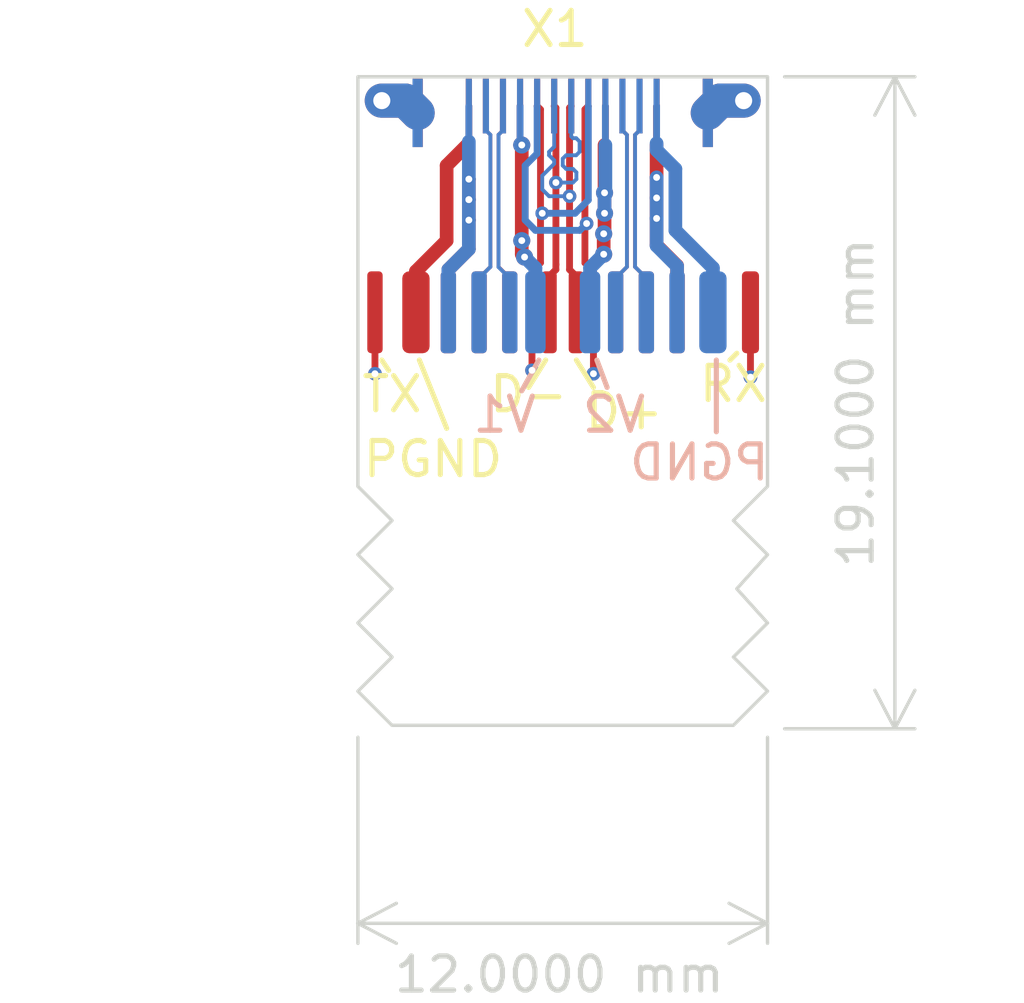
<source format=kicad_pcb>
(kicad_pcb (version 20211014) (generator pcbnew)
  (layers (0 "F.Cu" signal) (1 "In1.Cu" signal) (2 "In2.Cu" signal) (31 "B.Cu" signal) (34 "B.Paste" user) (35 "F.Paste" user) (36 "B.SilkS" user "B.Silkscreen") (37 "F.SilkS" user "F.Silkscreen") (38 "B.Mask" user) (39 "F.Mask" user) (44 "Edge.Cuts" user))
  (net 0 "")
  (net 1 "GND1")
  (net 2 "GND2")
  (net 3 "Earth")
  (net 4 "VBUS1")
  (net 5 "VBUS2")
  (net 6 "D-")
  (net 7 "D+")
  (net 8 "RX")
  (net 9 "RX1-")
  (net 10 "RX1+")
  (net 11 "TX1-")
  (net 12 "TX1+")
  (net 13 "RX2-")
  (net 14 "RX2+")
  (net 15 "TX2-")
  (net 16 "TX2+")
  (net 17 "TX")
  (net 18 "GND")
  (net 19 "GND3")
  (footprint "Shield1:smdPin" (layer "F.Cu") (at 100.64625 26.87)
    (fp_text reference "J6" hide)
    (fp_text value "Conn_01x01_Male" hide)
    (pad "1" smd roundrect (at -0.24625 0.03 180) (size 0.45 2.4) (layers "F.Cu" "F.Paste" "F.Mask") (net 7 "D+"))
  )
  (footprint "" (layer "F.Cu") (at 95.7 26.9)
    (fp_text reference "" (at 0 0) (layer "F.SilkS") (effects (font (size 1.27 1.27))))
    (fp_text value "" (at 0 0) (layer "F.SilkS") (effects (font (size 1.27 1.27))))
    (pad "1" smd roundrect (at 0 0 180) (size 0.8 2.4) (layers "F.Cu" "F.Paste" "F.Mask") (net 19 "GND3"))
  )
  (footprint "Shield1:throughPin" (layer "F.Cu") (at 105.3 20.7)
    (fp_text reference "J17" hide)
    (fp_text value "Conn_01x01_Male" hide)
    (pad "1" thru_hole circle (at 0 0) (size 0.8 0.8) (drill 0.5) (layers *.Cu *.Mask) (net 3 "Earth"))
  )
  (footprint "" (layer "F.Cu") (at 100 34)
    (fp_text reference "" (at 0 0) (layer "F.SilkS") (effects (font (size 1.27 1.27))))
    (fp_text value "" (at 0 0) (layer "F.SilkS") (effects (font (size 1.27 1.27))))
    (pad "" np_thru_hole circle (at 0 0) (size 2 2) (drill 2) (layers *.Cu *.Mask))
  )
  (footprint "Shield1:smdPin" (layer "F.Cu") (at 99.5 26.87)
    (fp_text reference "J5" hide)
    (fp_text value "Conn_01x01_Male" hide)
    (pad "1" connect roundrect (at 0.1 0.03 180) (size 0.45 2.4) (layers "F.Cu" "F.Mask") (net 6 "D-"))
  )
  (footprint "Shield1:FPC_12" (layer "F.Cu") (at 100 20.86)
    (fp_text reference "X1" (at -0.23 -2.26) (layer "F.SilkS"))
    (fp_text value "USB_C_24pins" hide)
    (pad "0" smd rect (at -4.25 0.2) (size 0.3 2) (layers "B.Cu" "B.Paste" "B.Mask") (net 3 "Earth"))
    (pad "0" smd rect (at 4.25 0.2) (size 0.3 2) (layers "B.Cu" "B.Paste" "B.Mask") (net 3 "Earth"))
    (pad "0" smd rect (at 4.25 0.2) (size 0.3 2) (layers "F.Cu" "F.Paste" "F.Mask") (net 3 "Earth"))
    (pad "A1" smd rect (at -2.75 0) (size 0.18 1.6) (layers "B.Cu" "B.Paste" "B.Mask") (net 1 "GND1"))
    (pad "A2" smd rect (at -2.25 0) (size 0.18 1.6) (layers "B.Cu" "B.Paste" "B.Mask") (net 12 "TX1+"))
    (pad "A3" smd rect (at -1.75 0) (size 0.18 1.6) (layers "B.Cu" "B.Paste" "B.Mask") (net 11 "TX1-"))
    (pad "A4" smd rect (at -1.25 0) (size 0.18 1.6) (layers "B.Cu" "B.Paste" "B.Mask") (net 4 "VBUS1"))
    (pad "A5" smd rect (at -0.75 0) (size 0.18 1.6) (layers "B.Cu" "B.Paste" "B.Mask") (net 8 "RX"))
    (pad "A6" smd rect (at -0.25 0) (size 0.18 1.6) (layers "B.Cu" "B.Paste" "B.Mask") (net 7 "D+"))
    (pad "A7" smd rect (at 0.25 0) (size 0.18 1.6) (layers "B.Cu" "B.Paste" "B.Mask") (net 6 "D-"))
    (pad "A8" smd rect (at 0.75 0) (size 0.18 1.6) (layers "B.Cu" "B.Paste" "B.Mask") (net 17 "TX"))
    (pad "A9" smd rect (at 1.25 0) (size 0.18 1.6) (layers "B.Cu" "B.Paste" "B.Mask") (net 5 "VBUS2"))
    (pad "A10" smd rect (at 1.75 0) (size 0.18 1.6) (layers "B.Cu" "B.Paste" "B.Mask") (net 13 "RX2-"))
    (pad "A11" smd rect (at 2.25 0) (size 0.18 1.6) (layers "B.Cu" "B.Paste" "B.Mask") (net 14 "RX2+"))
    (pad "A12" smd rect (at 2.75 0) (size 0.18 1.6) (layers "B.Cu" "B.Paste" "B.Mask") (net 18 "GND"))
    (pad "B1" smd rect (at 2.75 0) (size 0.18 1.6) (layers "F.Cu" "F.Paste" "F.Mask") (net 2 "GND2"))
    (pad "B2" smd rect (at 2.25 0) (size 0.18 1.6) (layers "F.Cu" "F.Paste" "F.Mask") (net 16 "TX2+"))
    (pad "B3" smd rect (at 1.75 0) (size 0.18 1.6) (layers "F.Cu" "F.Paste" "F.Mask") (net 15 "TX2-"))
    (pad "B4" smd rect (at 1.25 0) (size 0.18 1.6) (layers "F.Cu" "F.Paste" "F.Mask") (net 5 "VBUS2"))
    (pad "B5" smd rect (at 0.75 0) (size 0.18 1.6) (layers "F.Cu" "F.Paste" "F.Mask") (net 8 "RX"))
    (pad "B6" smd rect (at 0.25 0) (size 0.18 1.6) (layers "F.Cu" "F.Paste" "F.Mask") (net 7 "D+"))
    (pad "B7" smd rect (at -0.25 0) (size 0.18 1.6) (layers "F.Cu" "F.Paste" "F.Mask") (net 6 "D-"))
    (pad "B8" smd rect (at -0.75 0) (size 0.18 1.6) (layers "F.Cu" "F.Paste" "F.Mask") (net 17 "TX"))
    (pad "B9" smd rect (at -1.25 0) (size 0.18 1.6) (layers "F.Cu" "F.Paste" "F.Mask") (net 4 "VBUS1"))
    (pad "B10" smd rect (at -1.75 0) (size 0.18 1.6) (layers "F.Cu" "F.Paste" "F.Mask") (net 9 "RX1-"))
    (pad "B11" smd rect (at -2.25 0) (size 0.18 1.6) (layers "F.Cu" "F.Paste" "F.Mask") (net 10 "RX1+"))
    (pad "B12" smd rect (at -2.75 0) (size 0.18 1.6) (layers "F.Cu" "F.Paste" "F.Mask") (net 19 "GND3"))
    (pad "S1" smd rect (at -4.25 0.2) (size 0.3 2) (layers "F.Cu" "F.Paste" "F.Mask") (net 3 "Earth"))
  )
  (footprint "Shield1:smdPin" (layer "F.Cu") (at 95.15 26.9)
    (fp_text reference "J26" hide)
    (fp_text value "Conn_01x01_Male" hide)
    (pad "1" smd roundrect (at 1.5 0 180) (size 0.45 2.4) (layers "F.Cu" "F.Paste" "F.Mask") (net 1 "GND1"))
  )
  (footprint "Shield1:throughPin" (layer "F.Cu") (at 94.5 26.9)
    (fp_text reference "J15" hide)
    (fp_text value "Conn_01x01_Male" hide)
    (pad "1" smd roundrect (at 0 0) (size 0.45 2.4) (layers "F.Cu" "F.Paste" "F.Mask") (net 17 "TX"))
  )
  (footprint "Shield1:smdPin" (layer "F.Cu") (at 102.51 26.89)
    (fp_text reference "J13" hide)
    (fp_text value "Conn_01x01_Male" hide)
    (pad "1" smd roundrect (at -0.96 0.01 180) (size 0.45 2.4) (layers "F.Cu" "F.Paste" "F.Mask") (net 15 "TX2-"))
  )
  (footprint "" (layer "F.Cu") (at 95.2 23.8)
    (fp_text reference "" (at 0 0) (layer "F.SilkS") (effects (font (size 1.27 1.27))))
    (fp_text value "" (at 0 0) (layer "F.SilkS") (effects (font (size 1.27 1.27))))
    (pad "" np_thru_hole circle (at 0 0) (size 2 2) (drill 2) (layers *.Cu *.Mask))
  )
  (footprint "Shield1:smdPin" (layer "F.Cu") (at 96.12 26.66)
    (fp_text reference "J8" hide)
    (fp_text value "Conn_01x01_Male" hide)
    (pad "1" smd roundrect (at 1.43 0.24 180) (size 0.45 2.4) (layers "F.Cu" "F.Paste" "F.Mask") (net 10 "RX1+"))
  )
  (footprint "" (layer "F.Cu") (at 104.8 23.8)
    (fp_text reference "" (at 0 0) (layer "F.SilkS") (effects (font (size 1.27 1.27))))
    (fp_text value "" (at 0 0) (layer "F.SilkS") (effects (font (size 1.27 1.27))))
    (pad "" np_thru_hole circle (at 0 -0.1) (size 2 2) (drill 2) (layers F&B.Cu *.Mask))
  )
  (footprint "Shield1:smdPin" (layer "F.Cu") (at 103.01 26.91)
    (fp_text reference "J14" hide)
    (fp_text value "Conn_01x01_Male" hide)
    (pad "1" smd roundrect (at -0.56 -0.01 180) (size 0.45 2.4) (layers "F.Cu" "F.Paste" "F.Mask") (net 16 "TX2+"))
  )
  (footprint "Shield1:smdPin" (layer "F.Cu") (at 103.7 26.89)
    (fp_text reference "J28" hide)
    (fp_text value "Conn_01x01_Male" hide)
    (pad "1" smd roundrect (at -0.35 0.01 180) (size 0.45 2.4) (layers "F.Cu" "F.Paste" "F.Mask") (net 2 "GND2"))
  )
  (footprint "Shield1:throughPin" (layer "F.Cu") (at 105.5 26.9)
    (fp_text reference "J3" hide)
    (fp_text value "Conn_01x01_Male" hide)
    (pad "1" smd roundrect (at 0 0) (size 0.5 2.4) (layers "F.Cu" "F.Paste" "F.Mask") (net 8 "RX"))
  )
  (footprint "Shield1:throughPin" (layer "F.Cu") (at 94.7 20.7)
    (fp_text reference "J25" hide)
    (fp_text value "Conn_01x01_Male" hide)
    (pad "1" thru_hole circle (at 0 0) (size 0.8 0.8) (drill 0.5) (layers *.Cu *.Mask) (net 3 "Earth"))
  )
  (footprint "Shield1:smdPin" (layer "F.Cu") (at 98.63 26.67)
    (fp_text reference "J7" hide)
    (fp_text value "Conn_01x01_Male" hide)
    (pad "1" smd roundrect (at -0.18 0.23 180) (size 0.45 2.4) (layers "F.Cu" "F.Paste" "F.Mask") (net 9 "RX1-"))
  )
  (footprint "Shield1:smdPin" (layer "B.Cu") (at 101.725 26.87 180)
    (fp_text reference "J2" hide)
    (fp_text value "Conn_01x01_Male" hide)
    (pad "1" smd roundrect (at 0.925 -0.03) (size 0.6 2.4) (layers "B.Cu" "B.Paste" "B.Mask") (net 5 "VBUS2"))
  )
  (footprint "Shield1:smdPin" (layer "B.Cu") (at 97.11 26.67 180)
    (fp_text reference "J9" hide)
    (fp_text value "Conn_01x01_Male" hide)
    (pad "1" smd roundrect (at -1.34 -0.23) (size 0.45 2.4) (layers "B.Cu" "B.Paste" "B.Mask") (net 11 "TX1-"))
  )
  (footprint "Shield1:smdPin" (layer "B.Cu") (at 96.8 26.9 180)
    (fp_text reference "J27" hide)
    (fp_text value "Conn_01x01_Male" hide)
    (pad "1" smd roundrect (at 0.15 0) (size 0.45 2.4) (layers "B.Cu" "B.Paste" "B.Mask") (net 1 "GND1"))
  )
  (footprint "Shield1:smdPin" (layer "B.Cu") (at 98.28 26.83 180)
    (fp_text reference "J1" hide)
    (fp_text value "Conn_01x01_Male" hide)
    (pad "1" smd roundrect (at -0.92 -0.07) (size 0.6 2.4) (layers "B.Cu" "B.Paste" "B.Mask") (net 4 "VBUS1"))
  )
  (footprint "Shield1:smdPin" (layer "B.Cu") (at 97.7 26.67 180)
    (fp_text reference "J10" hide)
    (fp_text value "Conn_01x01_Male" hide)
    (pad "1" smd roundrect (at 0.15 -0.23) (size 0.45 2.4) (layers "B.Cu" "B.Paste" "B.Mask") (net 12 "TX1+"))
  )
  (footprint "Shield1:smdPin" (layer "B.Cu") (at 102.51 26.9 180)
    (fp_text reference "J11" hide)
    (fp_text value "Conn_01x01_Male" hide)
    (pad "1" smd roundrect (at 0.96 0) (size 0.45 2.4) (layers "B.Cu" "B.Paste" "B.Mask") (net 13 "RX2-"))
  )
  (footprint "Shield1:smdPin" (layer "B.Cu") (at 103.69 26.9 180)
    (fp_text reference "J29" hide)
    (fp_text value "Conn_01x01_Male" hide)
    (pad "1" smd roundrect (at 0.34 0) (size 0.45 2.4) (layers "B.Cu" "B.Paste" "B.Mask") (net 2 "GND2"))
  )
  (footprint "Shield1:smdPin" (layer "B.Cu") (at 102.2475 26.9 180)
    (fp_text reference "J12" hide)
    (fp_text value "Conn_01x01_Male" hide)
    (pad "1" smd roundrect (at -0.2025 0) (size 0.45 2.4) (layers "B.Cu" "B.Paste" "B.Mask") (net 14 "RX2+"))
  )
  (footprint "" (layer "B.Cu") (at 104.4 26.9 180)
    (fp_text reference "" (at 0 0) (layer "B.SilkS") (effects (font (size 1.27 1.27)) (justify mirror)))
    (fp_text value "" (at 0 0) (layer "B.SilkS") (effects (font (size 1.27 1.27)) (justify mirror)))
    (pad "1" smd roundrect (at 0 0) (size 0.8 2.4) (layers "B.Cu" "B.Paste" "B.Mask") (net 18 "GND"))
  )
  (gr_line (start 101 28.3) (end 101.3 29.1) (layer "B.SilkS") (width 0.15))
  (gr_line (start 99.3 28.3) (end 98.8 29.2) (layer "B.SilkS") (width 0.15))
  (gr_line (start 104.5 28.3) (end 104.5 30.4) (layer "B.SilkS") (width 0.15))
  (gr_line (start 95.8 28.3) (end 96.6 30.3) (layer "F.SilkS") (width 0.15))
  (gr_line (start 94.9 28.6) (end 94.7 28.3) (layer "F.SilkS") (width 0.15))
  (gr_line (start 100.9 29.1) (end 100.4 28.3) (layer "F.SilkS") (width 0.15))
  (gr_line (start 99 29.1) (end 99.5 28.3) (layer "F.SilkS") (width 0.15))
  (gr_line (start 104.9 28.3) (end 105.1 28.1) (layer "F.SilkS") (width 0.15))
  (gr_poly (pts (xy 106 32) (xy 105 33) (xy 106 34) (xy 105.1 35) (xy 106 36) (xy 105 37) (xy 106 38) (xy 105 39) (xy 95 39) (xy 94 38) (xy 95 37) (xy 94 36) (xy 95 35) (xy 94 34) (xy 95 33) (xy 94 32) (xy 94 20) (xy 106 20)) (layer "Edge.Cuts") (width 0.1) (fill none))
  (gr_text "PGND" (at 104 31.3) (layer "B.SilkS") (effects (font (size 1 1)) (justify mirror)))
  (gr_text "V1" (at 98.3 29.9) (layer "B.SilkS") (effects (font (size 1 1)) (justify mirror)))
  (gr_text "V2" (at 101.5 29.9) (layer "B.SilkS") (effects (font (size 1 1)) (justify mirror)))
  (gr_text "PGND" (at 96.2 31.2) (layer "F.SilkS") (effects (font (size 1 1))))
  (gr_text "D-" (at 99 29.3) (layer "F.SilkS") (effects (font (size 1 1))))
  (gr_text "D+" (at 101.8 29.8) (layer "F.SilkS") (effects (font (size 1 1))))
  (gr_text "RX" (at 105 29) (layer "F.SilkS") (effects (font (size 1 1))))
  (gr_text "TX" (at 95 29.3) (layer "F.SilkS") (effects (font (size 1 1))))
  (dimension (type aligned) (layer "Edge.Cuts") (pts (xy 106 20) (xy 106 39.1)) (height -3.73) (gr_text "19.1000 мм" (at 108.58 29.55 90) (layer "Edge.Cuts") (effects (font (size 1 1) (thickness 0.15)))) (format (units 3) (units_format 1) (precision 4)) (style (thickness 0.1) (arrow_length 1.27) (text_position_mode 0) (extension_height 0.58642) (extension_offset 0.5) keep_text_aligned))
  (dimension (type aligned) (layer "Edge.Cuts") (pts (xy 94 38.85) (xy 106 38.85)) (height 5.95) (gr_text "12.0000 мм" (at 99.9 46.3) (layer "Edge.Cuts") (effects (font (size 1 1) (thickness 0.15)))) (format (units 3) (units_format 1) (precision 4)) (style (thickness 0.1) (arrow_length 1.27) (text_position_mode 2) (extension_height 0.58642) (extension_offset 0.5) keep_text_aligned))
  (segment (start 96.65 25.65) (end 96.65 26.9) (width 0.4) (layer "F.Cu") (net 1))
  (segment (start 97.25 24.2) (end 97.25 25.05) (width 0.4) (layer "F.Cu") (net 1))
  (segment (start 97.25 25.05) (end 96.65 25.65) (width 0.4) (layer "F.Cu") (net 1))
  (segment (start 97.25 24.2) (end 97.25 23) (width 0.4) (layer "F.Cu") (net 1))
  (via (at 97.25 24.2) (size 0.4) (drill 0.2) (layers "F.Cu" "B.Cu") (net 1))
  (via (at 97.25 23.6) (size 0.4) (drill 0.2) (layers "F.Cu" "B.Cu") (net 1))
  (via (at 97.25 23.6) (size 0.4) (drill 0.2) (layers "F.Cu" "B.Cu") (net 1))
  (via (at 97.25 23) (size 0.4) (drill 0.2) (layers "F.Cu" "B.Cu") (net 1))
  (segment (start 97.25 24.2) (end 97.25 25.05) (width 0.4) (layer "B.Cu") (net 1))
  (segment (start 96.65 25.65) (end 96.65 26.9) (width 0.4) (layer "B.Cu") (net 1))
  (segment (start 97.25 24.2) (end 97.25 23.6) (width 0.4) (layer "B.Cu") (net 1))
  (segment (start 97.25 23.6) (end 97.25 23) (width 0.4) (layer "B.Cu") (net 1))
  (segment (start 97.25 20.86) (end 97.25 21.9) (width 0.2) (layer "B.Cu") (net 1))
  (segment (start 97.25 23) (end 97.25 21.9) (width 0.4) (layer "B.Cu") (net 1))
  (segment (start 97.25 25.05) (end 96.65 25.65) (width 0.4) (layer "B.Cu") (net 1))
  (segment (start 102.75 22.05) (end 102.75 20.86) (width 0.2) (layer "F.Cu") (net 2))
  (segment (start 102.75 24.15) (end 102.75 24.933658) (width 0.4) (layer "F.Cu") (net 2))
  (segment (start 102.75 24.15) (end 102.75 23.55) (width 0.4) (layer "F.Cu") (net 2))
  (segment (start 102.75 23.55) (end 102.75 22.95) (width 0.4) (layer "F.Cu") (net 2))
  (segment (start 102.75 22.95) (end 102.75 22) (width 0.4) (layer "F.Cu") (net 2))
  (segment (start 102.7 22.1) (end 102.75 22.05) (width 0.2) (layer "F.Cu") (net 2))
  (segment (start 103.35 25.533658) (end 103.35 26.9) (width 0.4) (layer "F.Cu") (net 2))
  (segment (start 102.75 24.933658) (end 103.35 25.533658) (width 0.4) (layer "F.Cu") (net 2))
  (via (at 102.75 23.55) (size 0.4) (drill 0.2) (layers "F.Cu" "B.Cu") (net 2))
  (via (at 102.75 22.95) (size 0.4) (drill 0.2) (layers "F.Cu" "B.Cu") (net 2))
  (via (at 102.75 24.15) (size 0.4) (drill 0.2) (layers "F.Cu" "B.Cu") (net 2))
  (segment (start 103.35 26.9) (end 103.35 25.55) (width 0.4) (layer "B.Cu") (net 2))
  (segment (start 103.35 25.55) (end 102.75 24.95) (width 0.4) (layer "B.Cu") (net 2))
  (segment (start 102.75 24.95) (end 102.75 24.15) (width 0.4) (layer "B.Cu") (net 2))
  (segment (start 102.75 22.95) (end 102.75 24.15) (width 0.4) (layer "B.Cu") (net 2))
  (segment (start 105.3 20.7) (end 104.61 20.7) (width 1) (layer "F.Cu") (net 3))
  (segment (start 104.61 20.7) (end 104.25 21.06) (width 1) (layer "F.Cu") (net 3))
  (segment (start 95.39 20.7) (end 95.75 21.06) (width 1) (layer "F.Cu") (net 3))
  (segment (start 94.7 20.7) (end 95.39 20.7) (width 1) (layer "F.Cu") (net 3))
  (segment (start 104.61 20.7) (end 104.25 21.06) (width 1) (layer "B.Cu") (net 3))
  (segment (start 94.7 20.7) (end 95.39 20.7) (width 1) (layer "B.Cu") (net 3))
  (segment (start 105.3 20.7) (end 104.61 20.7) (width 1) (layer "B.Cu") (net 3))
  (segment (start 95.39 20.7) (end 95.75 21.06) (width 1) (layer "B.Cu") (net 3))
  (segment (start 98.8 24.8) (end 98.8 25.2) (width 0.4) (layer "F.Cu") (net 4))
  (segment (start 98.75 20.86) (end 98.75 22) (width 0.2) (layer "F.Cu") (net 4))
  (segment (start 98.8 25.2) (end 98.882155 25.282155) (width 0.4) (layer "F.Cu") (net 4))
  (segment (start 98.8 24.8) (end 98.8 22) (width 0.4) (layer "F.Cu") (net 4))
  (via (at 98.8 22) (size 0.5) (drill 0.2) (layers "F.Cu" "B.Cu") (net 4))
  (via (at 98.8 24.8) (size 0.5) (drill 0.2) (layers "F.Cu" "B.Cu") (net 4))
  (via (at 98.882155 25.282155) (size 0.5) (drill 0.2) (layers "F.Cu" "B.Cu") (net 4))
  (segment (start 98.8 22) (end 98.75 22) (width 0.4) (layer "B.Cu") (net 4))
  (segment (start 98.75 20.86) (end 98.75 22) (width 0.2) (layer "B.Cu") (net 4))
  (segment (start 99.2 25.7) (end 99.2 26.9) (width 0.2) (layer "B.Cu") (net 4))
  (segment (start 98.882155 25.282155) (end 99.2 25.6) (width 0.4) (layer "B.Cu") (net 4))
  (segment (start 99.2 25.6) (end 99.2 25.7) (width 0.4) (layer "B.Cu") (net 4))
  (segment (start 101.2 24.6) (end 101.2 25.2) (width 0.4) (layer "F.Cu") (net 5))
  (segment (start 101.225499 24.574501) (end 101.2 24.6) (width 0.4) (layer "F.Cu") (net 5))
  (segment (start 101.25 21.975499) (end 101.225499 22) (width 0.2) (layer "F.Cu") (net 5))
  (segment (start 101.225499 24) (end 101.225499 24.574501) (width 0.4) (layer "F.Cu") (net 5))
  (segment (start 101.225499 23.4) (end 101.225499 22) (width 0.4) (layer "F.Cu") (net 5))
  (segment (start 101.25 20.86) (end 101.25 21.975499) (width 0.2) (layer "F.Cu") (net 5))
  (segment (start 101.225499 24) (end 101.225499 23.4) (width 0.4) (layer "F.Cu") (net 5))
  (via (at 101.2 25.2) (size 0.5) (drill 0.2) (layers "F.Cu" "B.Cu") (net 5))
  (via (at 101.2 24.6) (size 0.5) (drill 0.2) (layers "F.Cu" "B.Cu") (net 5))
  (via (at 101.225499 24) (size 0.5) (drill 0.2) (layers "F.Cu" "B.Cu") (net 5))
  (via (at 101.225499 23.4) (size 0.5) (drill 0.2) (layers "F.Cu" "B.Cu") (net 5))
  (segment (start 101.2 25.2) (end 100.8 25.6) (width 0.4) (layer "B.Cu") (net 5))
  (segment (start 101.225499 23.425499) (end 101.25 23.45) (width 0.2) (layer "B.Cu") (net 5))
  (segment (start 101.225499 24) (end 101.225499 23.4) (width 0.4) (layer "B.Cu") (net 5))
  (segment (start 101.25 23.45) (end 101.25 22) (width 0.4) (layer "B.Cu") (net 5))
  (segment (start 100.8 25.6) (end 100.8 25.7) (width 0.4) (layer "B.Cu") (net 5))
  (segment (start 100.8 25.7) (end 100.8 26.9) (width 0.2) (layer "B.Cu") (net 5))
  (segment (start 101.25 20.86) (end 101.25 22) (width 0.2) (layer "B.Cu") (net 5))
  (segment (start 101.225499 23.4) (end 101.225499 23.425499) (width 0.2) (layer "B.Cu") (net 5))
  (segment (start 99.8 25.5) (end 99.8 25.65) (width 0.2) (layer "F.Cu") (net 6))
  (segment (start 99.8 25.65) (end 99.6 25.85) (width 0.2) (layer "F.Cu") (net 6))
  (segment (start 99.6 25.85) (end 99.6 26.9) (width 0.2) (layer "F.Cu") (net 6))
  (segment (start 99.80048 25.49952) (end 99.8 25.5) (width 0.2) (layer "F.Cu") (net 6))
  (segment (start 99.75 20.86) (end 99.80048 20.91048) (width 0.2) (layer "F.Cu") (net 6))
  (segment (start 99.80048 20.91048) (end 99.80048 25.49952) (width 0.2) (layer "F.Cu") (net 6))
  (via (at 99.8 23.1) (size 0.4) (drill 0.2) (layers "F.Cu" "B.Cu") (net 6))
  (segment (start 100 22.6) (end 100.1 22.7) (width 0.112) (layer "B.Cu") (net 6))
  (segment (start 100.1 22.3) (end 100 22.4) (width 0.112) (layer "B.Cu") (net 6))
  (segment (start 100.1 22.7) (end 100.3 22.7) (width 0.112) (layer "B.Cu") (net 6))
  (segment (start 100.49448 21.9) (end 100.49448 22.2) (width 0.112) (layer "B.Cu") (net 6))
  (segment (start 100.49448 22.2) (end 100.39448 22.3) (width 0.112) (layer "B.Cu") (net 6))
  (segment (start 100.3 21.8) (end 100.39448 21.8) (width 0.112) (layer "B.Cu") (net 6))
  (segment (start 100.39448 22.3) (end 100.1 22.3) (width 0.112) (layer "B.Cu") (net 6))
  (segment (start 100.3 22.7) (end 100.4 22.8) (width 0.112) (layer "B.Cu") (net 6))
  (segment (start 100.25 21.75) (end 100.3 21.8) (width 0.112) (layer "B.Cu") (net 6))
  (segment (start 100.39448 21.8) (end 100.49448 21.9) (width 0.112) (layer "B.Cu") (net 6))
  (segment (start 100.4 23) (end 100.3 23.1) (width 0.112) (layer "B.Cu") (net 6))
  (segment (start 100 22.4) (end 100 22.6) (width 0.112) (layer "B.Cu") (net 6))
  (segment (start 100.3 23.1) (end 99.8 23.1) (width 0.112) (layer "B.Cu") (net 6))
  (segment (start 100.4 22.8) (end 100.4 23) (width 0.112) (layer "B.Cu") (net 6))
  (segment (start 100.25 20.86) (end 100.25 21.75) (width 0.112) (layer "B.Cu") (net 6))
  (segment (start 100.2 20.91) (end 100.2 25.65) (width 0.2) (layer "F.Cu") (net 7))
  (segment (start 100.4 25.85) (end 100.4 26.9) (width 0.2) (layer "F.Cu") (net 7))
  (segment (start 100.25 20.86) (end 100.2 20.91) (width 0.2) (layer "F.Cu") (net 7))
  (segment (start 100.2 25.65) (end 100.4 25.85) (width 0.2) (layer "F.Cu") (net 7))
  (via (at 100.2 23.5) (size 0.4) (drill 0.2) (layers "F.Cu" "B.Cu") (net 7))
  (segment (start 99.75 22.45) (end 99.75 22.55) (width 0.112) (layer "B.Cu") (net 7))
  (segment (start 99.4 22.9) (end 99.4 23.3) (width 0.112) (layer "B.Cu") (net 7))
  (segment (start 99.75 22.55) (end 99.4 22.9) (width 0.112) (layer "B.Cu") (net 7))
  (segment (start 99.6 22.3) (end 99.75 22.45) (width 0.112) (layer "B.Cu") (net 7))
  (segment (start 99.75 20.86) (end 99.75 22.05) (width 0.112) (layer "B.Cu") (net 7))
  (segment (start 99.4 23.3) (end 99.6 23.5) (width 0.112) (layer "B.Cu") (net 7))
  (segment (start 99.6 23.5) (end 100.2 23.5) (width 0.112) (layer "B.Cu") (net 7))
  (segment (start 99.6 22.2) (end 99.6 22.3) (width 0.112) (layer "B.Cu") (net 7))
  (segment (start 99.75 22.05) (end 99.6 22.2) (width 0.112) (layer "B.Cu") (net 7))
  (segment (start 105.5 28.8) (end 105.5 26.9) (width 0.2) (layer "F.Cu") (net 8))
  (segment (start 100.75 20.86) (end 100.650489 20.959511) (width 0.2) (layer "F.Cu") (net 8))
  (segment (start 100.9 25.7) (end 100.9 28.7) (width 0.2) (layer "F.Cu") (net 8))
  (segment (start 100.650489 25.450489) (end 100.9 25.7) (width 0.2) (layer "F.Cu") (net 8))
  (segment (start 100.650489 20.959511) (end 100.650489 25.450489) (width 0.2) (layer "F.Cu") (net 8))
  (via (at 105.5 28.8) (size 0.4) (drill 0.2) (layers "F.Cu" "B.Cu") (net 8))
  (via (at 100.7 24.3) (size 0.4) (drill 0.2) (layers "F.Cu" "B.Cu") (net 8))
  (via (at 100.9 28.7) (size 0.4) (drill 0.2) (layers "F.Cu" "B.Cu") (net 8))
  (segment (start 99.2 24.5) (end 100.5 24.5) (width 0.2) (layer "B.Cu") (net 8))
  (segment (start 99.25 22.25) (end 98.9 22.6) (width 0.2) (layer "B.Cu") (net 8))
  (segment (start 99.25 20.86) (end 99.25 22.25) (width 0.2) (layer "B.Cu") (net 8))
  (segment (start 100.5 24.5) (end 100.7 24.3) (width 0.2) (layer "B.Cu") (net 8))
  (segment (start 98.9 22.6) (end 98.9 24.2) (width 0.2) (layer "B.Cu") (net 8))
  (segment (start 98.9 24.2) (end 99.2 24.5) (width 0.2) (layer "B.Cu") (net 8))
  (segment (start 98.45 25.9) (end 98.45 26.9) (width 0.112) (layer "F.Cu") (net 9))
  (segment (start 98.25 21.57) (end 98.1195 21.7005) (width 0.112) (layer "F.Cu") (net 9))
  (segment (start 98.1195 21.7005) (end 98.1195 25.5695) (width 0.112) (layer "F.Cu") (net 9))
  (segment (start 98.25 20.86) (end 98.25 21.57) (width 0.112) (layer "F.Cu") (net 9))
  (segment (start 98.1195 25.5695) (end 98.45 25.9) (width 0.112) (layer "F.Cu") (net 9))
  (segment (start 97.55 25.9) (end 97.55 26.9) (width 0.112) (layer "F.Cu") (net 10))
  (segment (start 97.8805 21.7005) (end 97.8805 25.5695) (width 0.112) (layer "F.Cu") (net 10))
  (segment (start 97.75 21.57) (end 97.8805 21.7005) (width 0.112) (layer "F.Cu") (net 10))
  (segment (start 97.75 20.86) (end 97.75 21.57) (width 0.112) (layer "F.Cu") (net 10))
  (segment (start 97.8805 25.5695) (end 97.55 25.9) (width 0.112) (layer "F.Cu") (net 10))
  (segment (start 98.1195 21.7005) (end 98.1195 25.57575) (width 0.112) (layer "B.Cu") (net 11))
  (segment (start 98.1195 25.57575) (end 98.45 25.90625) (width 0.112) (layer "B.Cu") (net 11))
  (segment (start 98.25 21.57) (end 98.1195 21.7005) (width 0.112) (layer "B.Cu") (net 11))
  (segment (start 98.45 25.90625) (end 98.45 26.9) (width 0.112) (layer "B.Cu") (net 11))
  (segment (start 98.25 20.86) (end 98.25 21.57) (width 0.112) (layer "B.Cu") (net 11))
  (segment (start 97.75 21.57) (end 97.8805 21.7005) (width 0.112) (layer "B.Cu") (net 12))
  (segment (start 97.55 25.9) (end 97.55 26.9) (width 0.112) (layer "B.Cu") (net 12))
  (segment (start 97.8805 25.5695) (end 97.55 25.9) (width 0.112) (layer "B.Cu") (net 12))
  (segment (start 97.75 20.86) (end 97.75 21.57) (width 0.112) (layer "B.Cu") (net 12))
  (segment (start 97.8805 21.7005) (end 97.8805 25.5695) (width 0.112) (layer "B.Cu") (net 12))
  (segment (start 101.75 21.57) (end 101.8805 21.7005) (width 0.112) (layer "B.Cu") (net 13))
  (segment (start 101.75 20.86) (end 101.75 21.57) (width 0.112) (layer "B.Cu") (net 13))
  (segment (start 101.8805 21.7005) (end 101.8805 25.5695) (width 0.112) (layer "B.Cu") (net 13))
  (segment (start 101.55 25.9) (end 101.55 26.9) (width 0.112) (layer "B.Cu") (net 13))
  (segment (start 101.8805 25.5695) (end 101.55 25.9) (width 0.112) (layer "B.Cu") (net 13))
  (segment (start 102.45 25.9) (end 102.45 26.9) (width 0.112) (layer "B.Cu") (net 14))
  (segment (start 102.25 20.86) (end 102.25 21.57) (width 0.112) (layer "B.Cu") (net 14))
  (segment (start 102.1195 21.7005) (end 102.1195 25.5695) (width 0.112) (layer "B.Cu") (net 14))
  (segment (start 102.25 21.57) (end 102.1195 21.7005) (width 0.112) (layer "B.Cu") (net 14))
  (segment (start 102.1195 25.5695) (end 102.45 25.9) (width 0.112) (layer "B.Cu") (net 14))
  (segment (start 101.75 21.57) (end 101.8805 21.7005) (width 0.112) (layer "F.Cu") (net 15))
  (segment (start 101.55 25.9) (end 101.55 26.9) (width 0.112) (layer "F.Cu") (net 15))
  (segment (start 101.8805 21.7005) (end 101.8805 25.5695) (width 0.112) (layer "F.Cu") (net 15))
  (segment (start 101.75 20.86) (end 101.75 21.57) (width 0.112) (layer "F.Cu") (net 15))
  (segment (start 101.8805 25.5695) (end 101.55 25.9) (width 0.112) (layer "F.Cu") (net 15))
  (segment (start 102.45 25.9) (end 102.45 26.9) (width 0.112) (layer "F.Cu") (net 16))
  (segment (start 102.25 20.86) (end 102.25 21.57) (width 0.112) (layer "F.Cu") (net 16))
  (segment (start 102.1195 25.5695) (end 102.45 25.9) (width 0.112) (layer "F.Cu") (net 16))
  (segment (start 102.1195 21.7005) (end 102.1195 25.5695) (width 0.112) (layer "F.Cu") (net 16))
  (segment (start 102.25 21.57) (end 102.1195 21.7005) (width 0.112) (layer "F.Cu") (net 16))
  (segment (start 94.5 28.7) (end 94.5 26.9) (width 0.2) (layer "F.Cu") (net 17))
  (segment (start 99.1 25.7) (end 99.1 28.6) (width 0.2) (layer "F.Cu") (net 17))
  (segment (start 99.349511 25.450489) (end 99.1 25.7) (width 0.2) (layer "F.Cu") (net 17))
  (segment (start 99.349511 20.959511) (end 99.349511 25.450489) (width 0.2) (layer "F.Cu") (net 17))
  (segment (start 99.25 20.86) (end 99.349511 20.959511) (width 0.2) (layer "F.Cu") (net 17))
  (via (at 94.5 28.7) (size 0.4) (drill 0.2) (layers "F.Cu" "B.Cu") (net 17))
  (via (at 99.4 24) (size 0.4) (drill 0.2) (layers "F.Cu" "B.Cu") (net 17))
  (via (at 99.1 28.6) (size 0.4) (drill 0.2) (layers "F.Cu" "B.Cu") (net 17))
  (segment (start 100.75 23.612183) (end 100.75 20.86) (width 0.2) (layer "B.Cu") (net 17))
  (segment (start 100.362183 24) (end 100.75 23.612183) (width 0.2) (layer "B.Cu") (net 17))
  (segment (start 99.4 24) (end 100.362183 24) (width 0.2) (layer "B.Cu") (net 17))
  (segment (start 102.8 22.2) (end 102.75 22.15) (width 0.4) (layer "B.Cu") (net 18))
  (segment (start 102.75 22.15) (end 102.75 21.95) (width 0.4) (layer "B.Cu") (net 18))
  (segment (start 104.4 25.6) (end 104.4 26.9) (width 0.4) (layer "B.Cu") (net 18))
  (segment (start 102.8 22.2) (end 103.3 22.7) (width 0.4) (layer "B.Cu") (net 18))
  (segment (start 103.3 24.5) (end 104.4 25.6) (width 0.4) (layer "B.Cu") (net 18))
  (segment (start 103.3 22.7) (end 103.3 24.5) (width 0.4) (layer "B.Cu") (net 18))
  (segment (start 102.75 21.95) (end 102.75 20.86) (width 0.2) (layer "B.Cu") (net 18))
  (segment (start 97.2 22) (end 97.25 21.95) (width 0.2) (layer "F.Cu") (net 19))
  (segment (start 96.599521 22.600479) (end 96.599521 24.800479) (width 0.4) (layer "F.Cu") (net 19))
  (segment (start 97.2 22) (end 96.599521 22.600479) (width 0.4) (layer "F.Cu") (net 19))
  (segment (start 95.7 25.7) (end 95.7 26.9) (width 0.4) (layer "F.Cu") (net 19))
  (segment (start 97.25 21.95) (end 97.25 20.86) (width 0.2) (layer "F.Cu") (net 19))
  (segment (start 96.599521 24.800479) (end 95.7 25.7) (width 0.4) (layer "F.Cu") (net 19))
)
</source>
